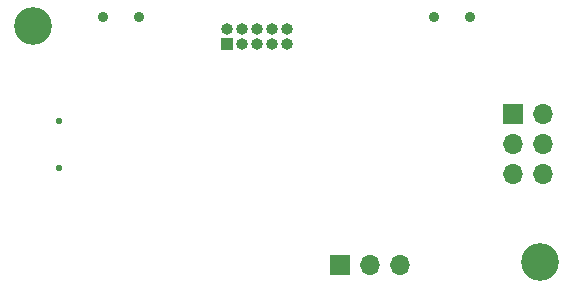
<source format=gbs>
%TF.GenerationSoftware,KiCad,Pcbnew,(5.1.10-1-10_14)*%
%TF.CreationDate,2021-09-25T17:09:40-04:00*%
%TF.ProjectId,WetProgrammer,57657450-726f-4677-9261-6d6d65722e6b,rev?*%
%TF.SameCoordinates,Original*%
%TF.FileFunction,Soldermask,Bot*%
%TF.FilePolarity,Negative*%
%FSLAX46Y46*%
G04 Gerber Fmt 4.6, Leading zero omitted, Abs format (unit mm)*
G04 Created by KiCad (PCBNEW (5.1.10-1-10_14)) date 2021-09-25 17:09:40*
%MOMM*%
%LPD*%
G01*
G04 APERTURE LIST*
%ADD10O,1.700000X1.700000*%
%ADD11R,1.700000X1.700000*%
%ADD12R,1.000000X1.000000*%
%ADD13O,1.000000X1.000000*%
%ADD14C,0.900000*%
%ADD15C,0.550000*%
%ADD16C,3.200000*%
G04 APERTURE END LIST*
D10*
%TO.C,J2*%
X45750000Y10000000D03*
X43210000Y10000000D03*
X45750000Y12540000D03*
X43210000Y12540000D03*
X45750000Y15080000D03*
D11*
X43210000Y15080000D03*
%TD*%
D12*
%TO.C,JPROG1*%
X18923000Y20955000D03*
D13*
X18923000Y22225000D03*
X20193000Y20955000D03*
X20193000Y22225000D03*
X21463000Y20955000D03*
X21463000Y22225000D03*
X22733000Y20955000D03*
X22733000Y22225000D03*
X24003000Y20955000D03*
X24003000Y22225000D03*
%TD*%
D14*
%TO.C,SW1*%
X11500000Y23241000D03*
X8500000Y23241000D03*
%TD*%
D15*
%TO.C,J1*%
X4780000Y14500000D03*
X4780000Y10500000D03*
%TD*%
D10*
%TO.C,J3*%
X33580000Y2250000D03*
X31040000Y2250000D03*
D11*
X28500000Y2250000D03*
%TD*%
D14*
%TO.C,SW2*%
X39500000Y23241000D03*
X36500000Y23241000D03*
%TD*%
D16*
%TO.C,H2*%
X2500000Y22500000D03*
%TD*%
%TO.C,H1*%
X45500000Y2500000D03*
%TD*%
M02*

</source>
